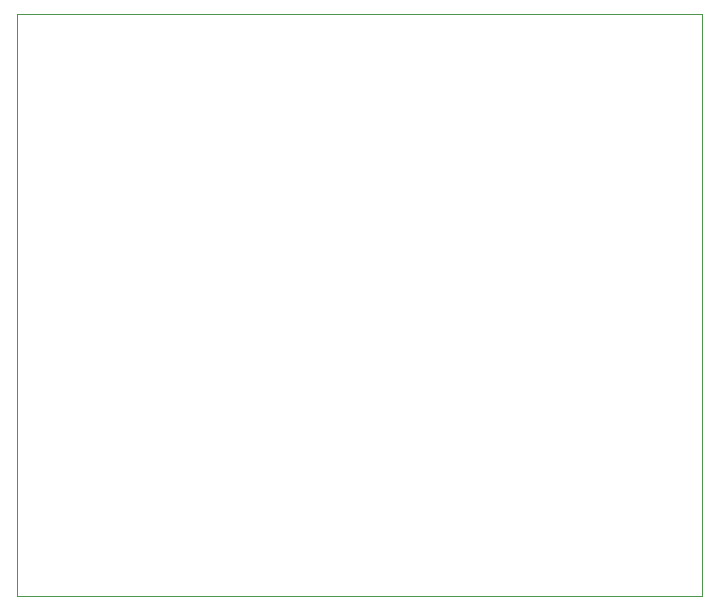
<source format=gbr>
%TF.GenerationSoftware,KiCad,Pcbnew,9.0.3*%
%TF.CreationDate,2025-11-18T20:17:12-05:00*%
%TF.ProjectId,DFPlayer,4446506c-6179-4657-922e-6b696361645f,rev?*%
%TF.SameCoordinates,Original*%
%TF.FileFunction,Profile,NP*%
%FSLAX46Y46*%
G04 Gerber Fmt 4.6, Leading zero omitted, Abs format (unit mm)*
G04 Created by KiCad (PCBNEW 9.0.3) date 2025-11-18 20:17:12*
%MOMM*%
%LPD*%
G01*
G04 APERTURE LIST*
%TA.AperFunction,Profile*%
%ADD10C,0.050000*%
%TD*%
G04 APERTURE END LIST*
D10*
X74750000Y-79250000D02*
X132750000Y-79250000D01*
X132750000Y-128500000D01*
X74750000Y-128500000D01*
X74750000Y-79250000D01*
M02*

</source>
